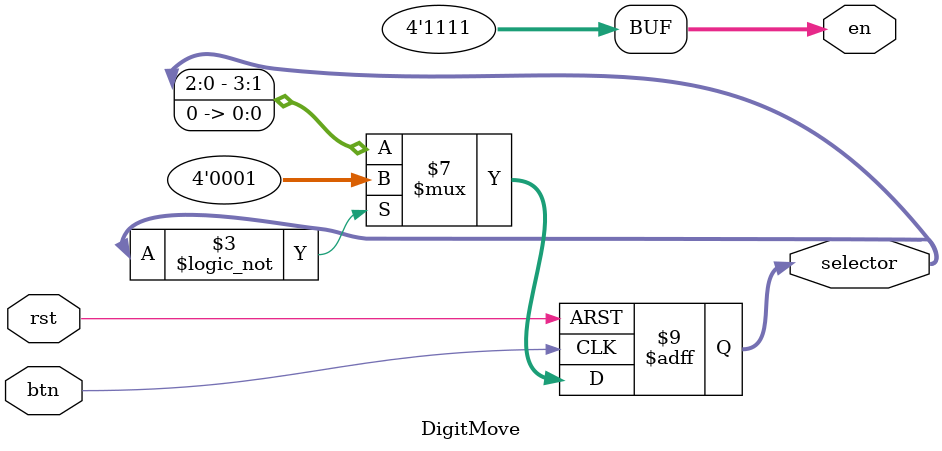
<source format=v>



module DigitMove #(
  parameter  width = 4
)(
  input  btn,                           // Pull-up Push Button
  input  rst,                           // Asynchronous reset active low
  output [width-1:0] en,                // Enable
  output reg [width-1:0] selector = 0   // Selector
);


  always @(posedge btn or negedge rst) begin
    if (~rst)                    // Reset
      selector <= 0;
    else if (selector == 0)      // Bit Shift
      selector <= 1'b1;
    else
      selector <= selector << 1;
  end

  assign  en[width-1:0] = ~0;    // Enable Signal


endmodule
</source>
